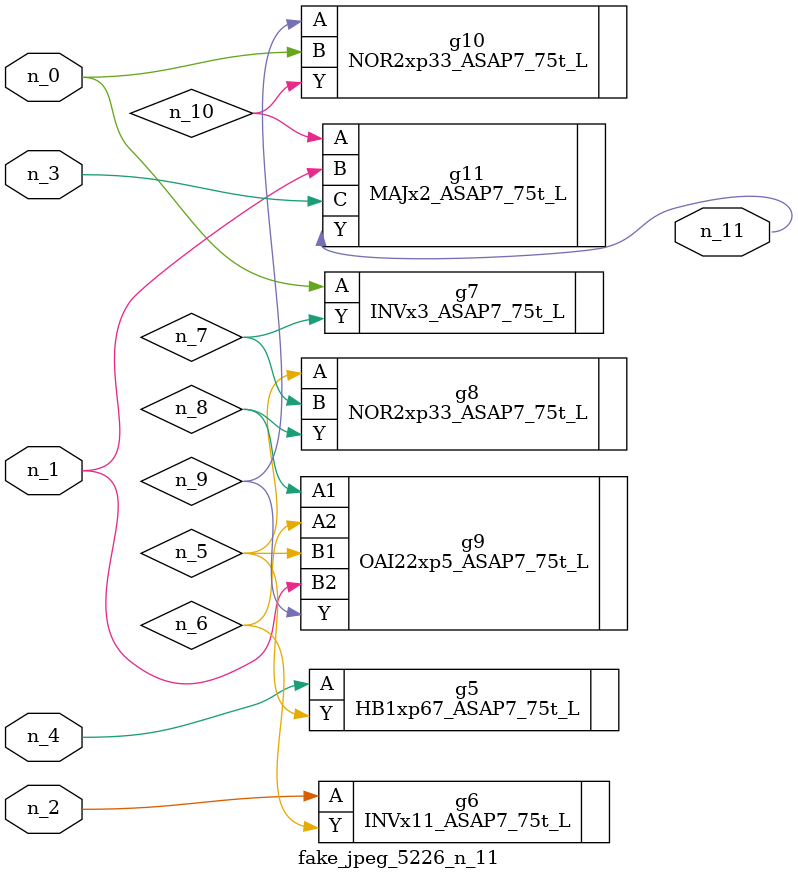
<source format=v>
module fake_jpeg_5226_n_11 (n_3, n_2, n_1, n_0, n_4, n_11);

input n_3;
input n_2;
input n_1;
input n_0;
input n_4;

output n_11;

wire n_10;
wire n_8;
wire n_9;
wire n_6;
wire n_5;
wire n_7;

HB1xp67_ASAP7_75t_L g5 ( 
.A(n_4),
.Y(n_5)
);

INVx11_ASAP7_75t_L g6 ( 
.A(n_2),
.Y(n_6)
);

INVx3_ASAP7_75t_L g7 ( 
.A(n_0),
.Y(n_7)
);

NOR2xp33_ASAP7_75t_L g8 ( 
.A(n_5),
.B(n_7),
.Y(n_8)
);

OAI22xp5_ASAP7_75t_L g9 ( 
.A1(n_8),
.A2(n_6),
.B1(n_5),
.B2(n_1),
.Y(n_9)
);

NOR2xp33_ASAP7_75t_L g10 ( 
.A(n_9),
.B(n_0),
.Y(n_10)
);

MAJx2_ASAP7_75t_L g11 ( 
.A(n_10),
.B(n_1),
.C(n_3),
.Y(n_11)
);


endmodule
</source>
